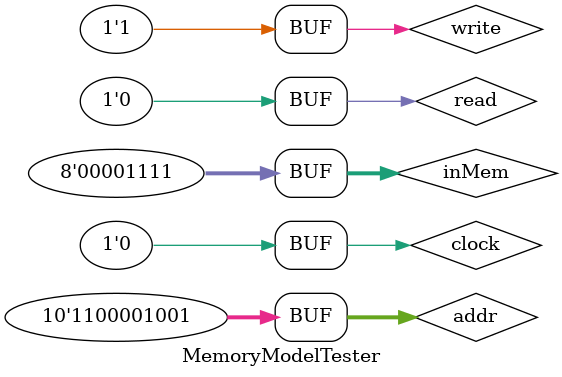
<source format=v>


`timescale 1ns/100ps

module MemoryModelTester;
  
  // Define all variables needed for the tester.
  
  reg clock, read, write;
  reg [7:0] inMem;
  reg [9:0] addr;
  wire [7:0] outMem;
  
  // Instantiate a variable of type MemoryModel.
  
  MemoryModel UUT (clock, read, write,
                   inMem, addr, outMem);
                   
  // Initialize all inputs respectively.                
  
  initial begin
    clock = 0;
    read  = 0;
    write = 0;
    inMem = 0;
    addr  = 0;
  end
  
  // Change the clock input every 10 ns.
  // This timing will make it easy to develop test scenarios.
  
  initial repeat (10) #10 clock = ~clock;
  
  // Create the testing scenario:
  
  initial begin
    
    // Scenario 1 - Test simple writing and reading capability.
    //              At 5ns, set write = 1 and define an address.
    //              At 10ns, clock will be at rising edge, and
    //              write will be asserted. At 15ns, assert read
    //              and outbus should display contents at that
    //              address. Reset read & write back to 0.
    
    inMem <= #5  8'b00001111;
    write <= #5  1;
    addr  <= #5  10'd1000;
    read  <= #15 1;
    read  <= #16 0;
    write <= #16 0;
    
    // Scenario 2 - Write a different 8-bit value during the next 3
    //              rising edges of the clock, but to different registers
    //              within the memory block. Intermix read statements at
    //              varying VALID addresses.
    
    write <= #20 1;
    
          // Write happens at #30.
    inMem <= #20 8'b10101010;
    addr  <= #25 10'd500;

          // Assert read at address 500 at #35.
    addr  <= #30 10'd500;
    read  <= #35 1;
    read  <= #36 0;

          // Write happens at #50.
    inMem <= #40 8'b11011011;
    addr  <= #45 10'd250;

          // Assert read at address 250 at #55.          
    addr  <= #50 10'd250;
    read  <= #55 1;
    read  <= #56 0;

          // Write happens at #70.          
    inMem <= #60 8'b00111010;
    addr  <= #65 8'd100;
          
          // Assert read at address 500 at #75.
          // Ensures that contents are still there.         
    addr  <= #60 10'd1000;
    read  <= #75 1;
    read  <= #76 0;
    
    write <= #80 0;
    
    // Scenario #3 - This is an attempt to try and write in only 4 bits of
    //               data into the memory block instead of the regular 8 bits.
    
          // Write happens at #90.
    write <= #85 1;
    addr  <= #85 10'd777;
    inMem <= #85  4'b1111;
    
          // Assert read at address 777 at #91.
    read  <= #91 1;
    read  <= #92 0;
    
  end
endmodule
</source>
